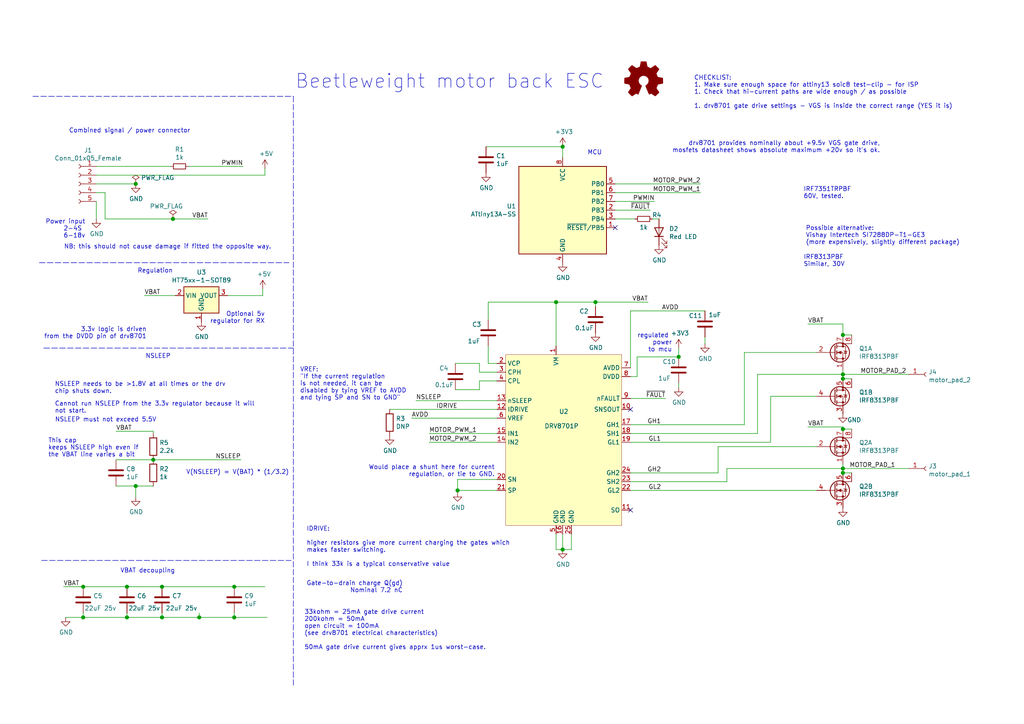
<source format=kicad_sch>
(kicad_sch (version 20201015) (generator eeschema)
  (paper "A4")
  (title_block (title "Beetle Motor Back ESC") (date "2020-12-14"))
  (lib_symbols
    (symbol "Connector:Conn_01x01_Female" (pin_names (offset 1.016) hide)
      (property "Reference" "J" (at 0 2.54 0))
      (property "Value" "Conn_01x01_Female" (at 0 -2.54 0))
      (symbol "Conn_01x01_Female_1_1"
        (arc (start 0 0.508) (end 0 -0.508) (radius (at 0 0) (length 0.508) (angles 90.1 -90.1)) (stroke (width 0.1524)))
        (polyline (pts (xy -1.27 0) (xy -0.508 0)) (stroke (width 0.1524)))
        (pin passive line (at -5.08 0 0) (length 3.81) (name "Pin_1") (number "1"))
      )
    )
    (symbol "Connector:Conn_01x05_Female" (pin_names (offset 1.016) hide)
      (property "Reference" "J" (at 0 7.62 0))
      (property "Value" "Conn_01x05_Female" (at 0 -7.62 0))
      (symbol "Conn_01x05_Female_1_1"
        (arc (start 0 -4.572) (end 0 -5.588) (radius (at 0 -5.08) (length 0.508) (angles 90.1 -90.1)) (stroke (width 0.1524)))
        (arc (start 0 -2.032) (end 0 -3.048) (radius (at 0 -2.54) (length 0.508) (angles 90.1 -90.1)) (stroke (width 0.1524)))
        (arc (start 0 0.508) (end 0 -0.508) (radius (at 0 0) (length 0.508) (angles 90.1 -90.1)) (stroke (width 0.1524)))
        (arc (start 0 3.048) (end 0 2.032) (radius (at 0 2.54) (length 0.508) (angles 90.1 -90.1)) (stroke (width 0.1524)))
        (arc (start 0 5.588) (end 0 4.572) (radius (at 0 5.08) (length 0.508) (angles 90.1 -90.1)) (stroke (width 0.1524)))
        (polyline (pts (xy -1.27 -5.08) (xy -0.508 -5.08)) (stroke (width 0.1524)))
        (polyline (pts (xy -1.27 -2.54) (xy -0.508 -2.54)) (stroke (width 0.1524)))
        (polyline (pts (xy -1.27 0) (xy -0.508 0)) (stroke (width 0.1524)))
        (polyline (pts (xy -1.27 2.54) (xy -0.508 2.54)) (stroke (width 0.1524)))
        (polyline (pts (xy -1.27 5.08) (xy -0.508 5.08)) (stroke (width 0.1524)))
        (pin passive line (at -5.08 5.08 0) (length 3.81) (name "Pin_1") (number "1"))
        (pin passive line (at -5.08 2.54 0) (length 3.81) (name "Pin_2") (number "2"))
        (pin passive line (at -5.08 0 0) (length 3.81) (name "Pin_3") (number "3"))
        (pin passive line (at -5.08 -2.54 0) (length 3.81) (name "Pin_4") (number "4"))
        (pin passive line (at -5.08 -5.08 0) (length 3.81) (name "Pin_5") (number "5"))
      )
    )
    (symbol "Device:C" (pin_numbers hide) (pin_names (offset 0.254))
      (property "Reference" "C" (at 0.635 2.54 0))
      (property "Value" "C" (at 0.635 -2.54 0))
      (symbol "C_0_1"
        (polyline (pts (xy -2.032 -0.762) (xy 2.032 -0.762)) (stroke (width 0.508)))
        (polyline (pts (xy -2.032 0.762) (xy 2.032 0.762)) (stroke (width 0.508)))
      )
      (symbol "C_1_1"
        (pin passive line (at 0 3.81 270) (length 2.794) (name "~") (number "1"))
        (pin passive line (at 0 -3.81 90) (length 2.794) (name "~") (number "2"))
      )
    )
    (symbol "Device:LED" (pin_numbers hide) (pin_names (offset 1.016) hide)
      (property "Reference" "D" (at 0 2.54 0))
      (property "Value" "LED" (at 0 -2.54 0))
      (symbol "LED_0_1"
        (polyline (pts (xy -1.27 -1.27) (xy -1.27 1.27)) (stroke (width 0.254)))
        (polyline (pts (xy -1.27 0) (xy 1.27 0)))
        (polyline (pts (xy 1.27 -1.27) (xy 1.27 1.27) (xy -1.27 0) (xy 1.27 -1.27)) (stroke (width 0.254)))
        (polyline (pts (xy -3.048 -0.762) (xy -4.572 -2.286) (xy -3.81 -2.286) (xy -4.572 -2.286) (xy -4.572 -1.524)))
        (polyline (pts (xy -1.778 -0.762) (xy -3.302 -2.286) (xy -2.54 -2.286) (xy -3.302 -2.286) (xy -3.302 -1.524)))
      )
      (symbol "LED_1_1"
        (pin passive line (at -3.81 0 0) (length 2.54) (name "K") (number "1"))
        (pin passive line (at 3.81 0 180) (length 2.54) (name "A") (number "2"))
      )
    )
    (symbol "Device:Q_Dual_NMOS_S1G1S2G2D2D2D1D1" (pin_names (offset 0) hide)
      (property "Reference" "Q" (at 5.08 1.27 0))
      (property "Value" "Q_Dual_NMOS_S1G1S2G2D2D2D1D1" (at 5.08 -1.27 0))
      (symbol "Q_Dual_NMOS_S1G1S2G2D2D2D1D1_0_1"
        (circle (center 1.651 0) (radius 2.794) (stroke (width 0.254)))
        (circle (center 2.54 -1.778) (radius 0.254) (fill (type outline)))
        (circle (center 2.54 1.778) (radius 0.254) (fill (type outline)))
        (circle (center 2.54 2.54) (radius 0.254) (fill (type outline)))
        (polyline (pts (xy 0.254 0) (xy -2.54 0)))
        (polyline (pts (xy 0.254 1.905) (xy 0.254 -1.905)) (stroke (width 0.254)))
        (polyline (pts (xy 0.762 -1.27) (xy 0.762 -2.286)) (stroke (width 0.254)))
        (polyline (pts (xy 0.762 0.508) (xy 0.762 -0.508)) (stroke (width 0.254)))
        (polyline (pts (xy 0.762 2.286) (xy 0.762 1.27)) (stroke (width 0.254)))
        (polyline (pts (xy 2.54 2.54) (xy 2.54 1.778)))
        (polyline (pts (xy 5.08 2.54) (xy 2.54 2.54)))
        (polyline (pts (xy 2.54 -2.54) (xy 2.54 0) (xy 0.762 0)))
        (polyline (pts (xy 0.762 -1.778) (xy 3.302 -1.778) (xy 3.302 1.778) (xy 0.762 1.778)))
        (polyline (pts (xy 1.016 0) (xy 2.032 0.381) (xy 2.032 -0.381) (xy 1.016 0)) (fill (type outline)))
        (polyline (pts (xy 2.794 0.508) (xy 2.921 0.381) (xy 3.683 0.381) (xy 3.81 0.254)))
        (polyline (pts (xy 3.302 0.381) (xy 2.921 -0.254) (xy 3.683 -0.254) (xy 3.302 0.381)))
      )
      (symbol "Q_Dual_NMOS_S1G1S2G2D2D2D1D1_1_1"
        (pin passive line (at 2.54 -5.08 90) (length 2.54) (name "S") (number "1"))
        (pin input line (at -5.08 0 0) (length 2.54) (name "G") (number "2"))
        (pin passive line (at 2.54 5.08 270) (length 2.54) (name "D") (number "7"))
        (pin passive line (at 5.08 5.08 270) (length 2.54) (name "D") (number "8"))
      )
      (symbol "Q_Dual_NMOS_S1G1S2G2D2D2D1D1_2_1"
        (pin passive line (at 2.54 -5.08 90) (length 2.54) (name "S") (number "3"))
        (pin input line (at -5.08 0 0) (length 2.54) (name "G") (number "4"))
        (pin passive line (at 2.54 5.08 270) (length 2.54) (name "D") (number "5"))
        (pin passive line (at 5.08 5.08 270) (length 2.54) (name "D") (number "6"))
      )
    )
    (symbol "Device:R" (pin_numbers hide) (pin_names (offset 0))
      (property "Reference" "R" (at 2.032 0 90))
      (property "Value" "R" (at 0 0 90))
      (symbol "R_0_1"
        (rectangle (start -1.016 -2.54) (end 1.016 2.54) (stroke (width 0.254)))
      )
      (symbol "R_1_1"
        (pin passive line (at 0 3.81 270) (length 1.27) (name "~") (number "1"))
        (pin passive line (at 0 -3.81 90) (length 1.27) (name "~") (number "2"))
      )
    )
    (symbol "Device:R_Small" (pin_numbers hide) (pin_names (offset 0.254) hide)
      (property "Reference" "R" (at 0.762 0.508 0))
      (property "Value" "R_Small" (at 0.762 -1.016 0))
      (symbol "R_Small_0_1"
        (rectangle (start -0.762 1.778) (end 0.762 -1.778) (stroke (width 0.2032)))
      )
      (symbol "R_Small_1_1"
        (pin passive line (at 0 2.54 270) (length 0.762) (name "~") (number "1"))
        (pin passive line (at 0 -2.54 90) (length 0.762) (name "~") (number "2"))
      )
    )
    (symbol "Graphic:Logo_Open_Hardware_Small" (pin_names (offset 1.016))
      (symbol "Logo_Open_Hardware_Small_0_1"
        (polyline (pts (xy 3.3528 -4.3434) (xy 3.302 -4.318) (xy 3.175 -4.2418) (xy 2.9972 -4.1148) (xy 2.7686 -3.9624) (xy 2.54 -3.81) (xy 2.3622 -3.7084) (xy 2.2352 -3.6068) (xy 2.1844 -3.5814) (xy 2.159 -3.6068) (xy 2.0574 -3.6576) (xy 1.905 -3.7338) (xy 1.8034 -3.7846) (xy 1.6764 -3.8354) (xy 1.6002 -3.8354) (xy 1.6002 -3.8354) (xy 1.5494 -3.7338) (xy 1.4732 -3.5306) (xy 1.3462 -3.302) (xy 1.2446 -3.0226) (xy 1.1176 -2.7178) (xy 0.9652 -2.413) (xy 0.8636 -2.1082) (xy 0.7366 -1.8288) (xy 0.6604 -1.6256) (xy 0.6096 -1.4732) (xy 0.5842 -1.397) (xy 0.5842 -1.397) (xy 0.6604 -1.3208) (xy 0.7874 -1.2446) (xy 1.0414 -1.016) (xy 1.2954 -0.6858) (xy 1.4478 -0.3302) (xy 1.524 0.0762) (xy 1.4732 0.4572) (xy 1.3208 0.8128) (xy 1.0668 1.143) (xy 0.762 1.3716) (xy 0.4064 1.524) (xy 0 1.5748) (xy -0.381 1.5494) (xy -0.7366 1.397) (xy -1.0668 1.143) (xy -1.2192 0.9906) (xy -1.397 0.6604) (xy -1.524 0.3048) (xy -1.524 0.2286) (xy -1.4986 -0.1778) (xy -1.397 -0.5334) (xy -1.1938 -0.8636) (xy -0.9144 -1.143) (xy -0.8636 -1.1684) (xy -0.7366 -1.27) (xy -0.635 -1.3462) (xy -0.5842 -1.397) (xy -1.0668 -2.5908) (xy -1.143 -2.794) (xy -1.2954 -3.1242) (xy -1.397 -3.4036) (xy -1.4986 -3.6322) (xy -1.5748 -3.7846) (xy -1.6002 -3.8354) (xy -1.6002 -3.8354) (xy -1.651 -3.8354) (xy -1.7272 -3.81) (xy -1.905 -3.7338) (xy -2.0066 -3.683) (xy -2.1336 -3.6068) (xy -2.2098 -3.5814) (xy -2.2606 -3.6068) (xy -2.3622 -3.683) (xy -2.54 -3.81) (xy -2.7686 -3.9624) (xy -2.9718 -4.0894) (xy -3.1496 -4.2164) (xy -3.302 -4.318) (xy -3.3528 -4.3434) (xy -3.3782 -4.3434) (xy -3.429 -4.318) (xy -3.5306 -4.2164) (xy -3.7084 -4.064) (xy -3.937 -3.8354) (xy -3.9624 -3.81) (xy -4.1656 -3.6068) (xy -4.318 -3.4544) (xy -4.4196 -3.3274) (xy -4.445 -3.2766) (xy -4.445 -3.2766) (xy -4.4196 -3.2258) (xy -4.318 -3.0734) (xy -4.2164 -2.8956) (xy -4.064 -2.667) (xy -3.6576 -2.0828) (xy -3.8862 -1.5494) (xy -3.937 -1.3716) (xy -4.0386 -1.1684) (xy -4.0894 -1.0414) (xy -4.1148 -0.9652) (xy -4.191 -0.9398) (xy -4.318 -0.9144) (xy -4.5466 -0.8636) (xy -4.8006 -0.8128) (xy -5.0546 -0.7874) (xy -5.2578 -0.7366) (xy -5.4356 -0.7112) (xy -5.5118 -0.6858) (xy -5.5118 -0.6858) (xy -5.5372 -0.635) (xy -5.5372 -0.5588) (xy -5.5372 -0.4318) (xy -5.5626 -0.2286) (xy -5.5626 0.0762) (xy -5.5626 0.127) (xy -5.5372 0.4064) (xy -5.5372 0.635) (xy -5.5372 0.762) (xy -5.5372 0.8382) (xy -5.5372 0.8382) (xy -5.461 0.8382) (xy -5.3086 0.889) (xy -5.08 0.9144) (xy -4.826 0.9652) (xy -4.8006 0.9906) (xy -4.5466 1.0414) (xy -4.318 1.0668) (xy -4.1656 1.1176) (xy -4.0894 1.143) (xy -4.0894 1.143) (xy -4.0386 1.2446) (xy -3.9624 1.4224) (xy -3.8608 1.6256) (xy -3.7846 1.8288) (xy -3.7084 2.0066) (xy -3.6576 2.159) (xy -3.6322 2.2098) (xy -3.6322 2.2098) (xy -3.683 2.286) (xy -3.7592 2.413) (xy -3.8862 2.5908) (xy -4.064 2.8194) (xy -4.064 2.8448) (xy -4.2164 3.0734) (xy -4.3434 3.2512) (xy -4.4196 3.3782) (xy -4.445 3.4544) (xy -4.445 3.4544) (xy -4.3942 3.5052) (xy -4.2926 3.6322) (xy -4.1148 3.81) (xy -3.937 4.0132) (xy -3.8608 4.064) (xy -3.6576 4.2926) (xy -3.5052 4.4196) (xy -3.4036 4.4958) (xy -3.3528 4.5212) (xy -3.3528 4.5212) (xy -3.302 4.4704) (xy -3.1496 4.3688) (xy -2.9718 4.2418) (xy -2.7432 4.0894) (xy -2.7178 4.0894) (xy -2.4892 3.937) (xy -2.3114 3.81) (xy -2.1844 3.7084) (xy -2.1336 3.683) (xy -2.1082 3.683) (xy -2.032 3.7084) (xy -1.8542 3.7592) (xy -1.6764 3.8354) (xy -1.4732 3.937) (xy -1.27 4.0132) (xy -1.143 4.064) (xy -1.0668 4.1148) (xy -1.0668 4.1148) (xy -1.0414 4.191) (xy -1.016 4.3434) (xy -0.9652 4.572) (xy -0.9144 4.8514) (xy -0.889 4.9022) (xy -0.8382 5.1562) (xy -0.8128 5.3848) (xy -0.7874 5.5372) (xy -0.762 5.588) (xy -0.7112 5.6134) (xy -0.5842 5.6134) (xy -0.4064 5.6134) (xy -0.1524 5.6134) (xy 0.0762 5.6134) (xy 0.3302 5.6134) (xy 0.5334 5.6134) (xy 0.6858 5.588) (xy 0.7366 5.588) (xy 0.7366 5.588) (xy 0.762 5.5118) (xy 0.8128 5.334) (xy 0.8382 5.1054) (xy 0.9144 4.826) (xy 0.9144 4.7752) (xy 0.9652 4.5212) (xy 1.016 4.2926) (xy 1.0414 4.1402) (xy 1.0668 4.0894) (xy 1.0668 4.0894) (xy 1.1938 4.0386) (xy 1.3716 3.9624) (xy 1.5748 3.8608) (xy 2.0828 3.6576) (xy 2.7178 4.0894) (xy 2.7686 4.1402) (xy 2.9972 4.2926) (xy 3.175 4.4196) (xy 3.302 4.4958) (xy 3.3782 4.5212) (xy 3.3782 4.5212) (xy 3.429 4.4704) (xy 3.556 4.3434) (xy 3.7338 4.191) (xy 3.9116 3.9878) (xy 4.064 3.8354) (xy 4.2418 3.6576) (xy 4.3434 3.556) (xy 4.4196 3.4798) (xy 4.4196 3.429) (xy 4.4196 3.4036) (xy 4.3942 3.3274) (xy 4.2926 3.2004) (xy 4.1656 2.9972) (xy 4.0132 2.794) (xy 3.8862 2.5908) (xy 3.7592 2.3876) (xy 3.6576 2.2352) (xy 3.6322 2.159) (xy 3.6322 2.1336) (xy 3.683 2.0066) (xy 3.7592 1.8288) (xy 3.8608 1.6002) (xy 4.064 1.1176) (xy 4.3942 1.0414) (xy 4.5974 1.016) (xy 4.8768 0.9652) (xy 5.1308 0.9144) (xy 5.5372 0.8382) (xy 5.5626 -0.6604) (xy 5.4864 -0.6858) (xy 5.4356 -0.6858) (xy 5.2832 -0.7366) (xy 5.0546 -0.762) (xy 4.8006 -0.8128) (xy 4.5974 -0.8636) (xy 4.3688 -0.9144) (xy 4.2164 -0.9398) (xy 4.1402 -0.9398) (xy 4.1148 -0.9652) (xy 4.064 -1.0668) (xy 3.9878 -1.2446) (xy 3.9116 -1.4478) (xy 3.81 -1.651) (xy 3.7338 -1.8542) (xy 3.683 -2.0066) (xy 3.6576 -2.0828) (xy 3.683 -2.1336) (xy 3.7846 -2.2606) (xy 3.8862 -2.4638) (xy 4.0386 -2.667) (xy 4.191 -2.8956) (xy 4.318 -3.0734) (xy 4.3942 -3.2004) (xy 4.445 -3.2766) (xy 4.4196 -3.3274) (xy 4.3434 -3.429) (xy 4.1656 -3.5814) (xy 3.937 -3.8354) (xy 3.8862 -3.8608) (xy 3.683 -4.064) (xy 3.5306 -4.2164) (xy 3.4036 -4.318) (xy 3.3528 -4.3434)) (fill (type outline)))
      )
    )
    (symbol "MCU_Microchip_ATtiny:ATtiny13A-SS"
      (property "Reference" "U" (at -12.7 13.97 0))
      (property "Value" "ATtiny13A-SS" (at 2.54 -13.97 0))
      (symbol "ATtiny13A-SS_0_1"
        (rectangle (start -12.7 -12.7) (end 12.7 12.7) (stroke (width 0.254)) (fill (type background)))
      )
      (symbol "ATtiny13A-SS_1_1"
        (pin bidirectional line (at 15.24 -5.08 180) (length 2.54) (name "~RESET~/PB5") (number "1"))
        (pin bidirectional line (at 15.24 0 180) (length 2.54) (name "PB3") (number "2"))
        (pin bidirectional line (at 15.24 -2.54 180) (length 2.54) (name "PB4") (number "3"))
        (pin power_in line (at 0 -15.24 90) (length 2.54) (name "GND") (number "4"))
        (pin bidirectional line (at 15.24 7.62 180) (length 2.54) (name "PB0") (number "5"))
        (pin bidirectional line (at 15.24 5.08 180) (length 2.54) (name "PB1") (number "6"))
        (pin bidirectional line (at 15.24 2.54 180) (length 2.54) (name "PB2") (number "7"))
        (pin power_in line (at 0 15.24 270) (length 2.54) (name "VCC") (number "8"))
      )
    )
    (symbol "Regulator_Linear:HT75xx-1-SOT89"
      (property "Reference" "U" (at -5.08 -3.81 0))
      (property "Value" "HT75xx-1-SOT89" (at 0 6.35 0))
      (symbol "HT75xx-1-SOT89_0_1"
        (rectangle (start -5.08 5.08) (end 5.08 -2.54) (stroke (width 0.254)) (fill (type background)))
      )
      (symbol "HT75xx-1-SOT89_1_1"
        (pin power_in line (at 0 -5.08 90) (length 2.54) (name "GND") (number "1"))
        (pin power_in line (at -7.62 2.54 0) (length 2.54) (name "VIN") (number "2"))
        (pin power_out line (at 7.62 2.54 180) (length 2.54) (name "VOUT") (number "3"))
      )
    )
    (symbol "beetleback:DRV8701P"
      (property "Reference" "U" (at 0 0 0))
      (property "Value" "DRV8701P" (at 3.175 9.525 0))
      (symbol "DRV8701P_0_1"
        (rectangle (start -18.415 31.75) (end 15.24 -17.78) (stroke (width 0.001)) (fill (type background)))
      )
      (symbol "DRV8701P_1_1"
        (pin power_in line (at -3.81 34.29 270) (length 2.54) (name "VM") (number "1"))
        (pin passive line (at -20.955 29.21 0) (length 2.54) (name "VCP") (number "2"))
        (pin passive line (at -20.955 26.67 0) (length 2.54) (name "CPH") (number "3"))
        (pin passive line (at -20.955 24.13 0) (length 2.54) (name "CPL") (number "4"))
        (pin power_in line (at -3.81 -20.32 90) (length 2.54) (name "GND") (number "5"))
        (pin power_in line (at -1.905 -20.32 90) (length 2.54) (name "GND") (number "16"))
        (pin power_in line (at 0.635 -20.32 90) (length 2.54) (name "GND") (number "25"))
        (pin power_out line (at 17.78 25.4 180) (length 2.54) (name "DVDD") (number "8"))
        (pin power_out line (at 17.78 27.94 180) (length 2.54) (name "AVDD") (number "7"))
        (pin input line (at -20.955 18.415 0) (length 2.54) (name "nSLEEP") (number "13"))
        (pin input line (at -20.955 15.875 0) (length 2.54) (name "IDRIVE") (number "12"))
        (pin input line (at -20.955 13.335 0) (length 2.54) (name "VREF") (number "6"))
        (pin output line (at 17.78 19.05 180) (length 2.54) (name "nFAULT") (number "9"))
        (pin open_collector line (at 17.78 15.875 180) (length 2.54) (name "SNSOUT") (number "10"))
        (pin output line (at 17.78 -13.335 180) (length 2.54) (name "SO") (number "11"))
        (pin input line (at -20.955 -4.445 0) (length 2.54) (name "SN") (number "20"))
        (pin input line (at -20.955 -7.62 0) (length 2.54) (name "SP") (number "21"))
        (pin output line (at 17.78 11.43 180) (length 2.54) (name "GH1") (number "17"))
        (pin output line (at 17.78 -2.54 180) (length 2.54) (name "GH2") (number "24"))
        (pin output line (at 17.78 6.35 180) (length 2.54) (name "GL1") (number "19"))
        (pin output line (at 17.78 -7.62 180) (length 2.54) (name "GL2") (number "22"))
        (pin input line (at 17.78 8.89 180) (length 2.54) (name "SH1") (number "18"))
        (pin input line (at 17.78 -5.08 180) (length 2.54) (name "SH2") (number "23"))
        (pin input line (at -20.955 8.89 0) (length 2.54) (name "IN1") (number "15"))
        (pin input line (at -20.955 6.35 0) (length 2.54) (name "IN2") (number "14"))
      )
    )
    (symbol "power:+3.3V" (power) (pin_names (offset 0))
      (property "Value" "+3.3V" (at 0 3.556 0))
      (symbol "+3.3V_0_1"
        (polyline (pts (xy -0.762 1.27) (xy 0 2.54)))
        (polyline (pts (xy 0 0) (xy 0 2.54)))
        (polyline (pts (xy 0 2.54) (xy 0.762 1.27)))
      )
      (symbol "+3.3V_1_1"
        (pin power_in line (at 0 0 90) (length 0) hide (name "+3V3") (number "1"))
      )
    )
    (symbol "power:+5V" (power) (pin_names (offset 0))
      (property "Value" "+5V" (at 0 3.556 0))
      (symbol "+5V_0_1"
        (polyline (pts (xy -0.762 1.27) (xy 0 2.54)))
        (polyline (pts (xy 0 0) (xy 0 2.54)))
        (polyline (pts (xy 0 2.54) (xy 0.762 1.27)))
      )
      (symbol "+5V_1_1"
        (pin power_in line (at 0 0 90) (length 0) hide (name "+5V") (number "1"))
      )
    )
    (symbol "power:GND" (power) (pin_names (offset 0))
      (property "Value" "GND" (at 0 -3.81 0))
      (symbol "GND_0_1"
        (polyline (pts (xy 0 0) (xy 0 -1.27) (xy 1.27 -1.27) (xy 0 -2.54) (xy -1.27 -1.27) (xy 0 -1.27)))
      )
      (symbol "GND_1_1"
        (pin power_in line (at 0 0 270) (length 0) hide (name "GND") (number "1"))
      )
    )
    (symbol "power:PWR_FLAG" (power) (pin_numbers hide) (pin_names (offset 0) hide)
      (property "Value" "PWR_FLAG" (at 0 3.81 0))
      (symbol "PWR_FLAG_0_0"
        (pin power_out line (at 0 0 90) (length 0) (name "pwr") (number "1"))
      )
      (symbol "PWR_FLAG_0_1"
        (polyline (pts (xy 0 0) (xy 0 1.27) (xy -1.016 1.905) (xy 0 2.54) (xy 1.016 1.905) (xy 0 1.27)))
      )
    )
  )
  (junction (at 24.13 170.18) (diameter 1.016))
  (junction (at 24.13 179.07) (diameter 1.016))
  (junction (at 36.83 170.18) (diameter 1.016))
  (junction (at 36.83 179.07) (diameter 1.016))
  (junction (at 39.37 53.34) (diameter 1.016))
  (junction (at 39.37 140.97) (diameter 1.016))
  (junction (at 44.45 133.35) (diameter 1.016))
  (junction (at 46.99 170.18) (diameter 1.016))
  (junction (at 46.99 179.07) (diameter 1.016))
  (junction (at 50.165 63.5) (diameter 1.016))
  (junction (at 57.785 179.07) (diameter 1.016))
  (junction (at 67.945 170.18) (diameter 1.016))
  (junction (at 67.945 179.07) (diameter 1.016))
  (junction (at 132.715 142.24) (diameter 1.016))
  (junction (at 161.29 87.63) (diameter 1.016))
  (junction (at 163.195 42.545) (diameter 1.016))
  (junction (at 163.195 159.385) (diameter 1.016))
  (junction (at 172.72 87.63) (diameter 1.016))
  (junction (at 196.85 103.505) (diameter 1.016))
  (junction (at 244.475 97.155) (diameter 1.016))
  (junction (at 244.475 108.585) (diameter 1.016))
  (junction (at 244.475 109.855) (diameter 1.016))
  (junction (at 244.475 124.46) (diameter 1.016))
  (junction (at 244.475 135.89) (diameter 1.016))
  (junction (at 244.475 137.16) (diameter 1.016))
  (no_connect (at 178.435 66.04))
  (no_connect (at 182.88 118.745))
  (no_connect (at 182.88 147.955))
  (wire (pts (xy 18.415 170.18) (xy 24.13 170.18)))
  (wire (pts (xy 19.05 179.07) (xy 24.13 179.07)))
  (wire (pts (xy 24.13 170.18) (xy 36.83 170.18)))
  (wire (pts (xy 24.13 177.8) (xy 24.13 179.07)))
  (wire (pts (xy 24.13 179.07) (xy 36.83 179.07)))
  (wire (pts (xy 27.94 48.26) (xy 49.53 48.26)))
  (wire (pts (xy 27.94 50.8) (xy 76.835 50.8)))
  (wire (pts (xy 27.94 53.34) (xy 39.37 53.34)))
  (wire (pts (xy 27.94 55.88) (xy 30.48 55.88)))
  (wire (pts (xy 27.94 58.42) (xy 27.94 63.5)))
  (wire (pts (xy 30.48 55.88) (xy 30.48 63.5)))
  (wire (pts (xy 30.48 63.5) (xy 50.165 63.5)))
  (wire (pts (xy 33.655 125.095) (xy 44.45 125.095)))
  (wire (pts (xy 33.655 133.35) (xy 44.45 133.35)))
  (wire (pts (xy 33.655 140.97) (xy 39.37 140.97)))
  (wire (pts (xy 36.83 170.18) (xy 46.99 170.18)))
  (wire (pts (xy 36.83 177.8) (xy 36.83 179.07)))
  (wire (pts (xy 36.83 179.07) (xy 46.99 179.07)))
  (wire (pts (xy 39.37 140.97) (xy 39.37 144.145)))
  (wire (pts (xy 39.37 140.97) (xy 44.45 140.97)))
  (wire (pts (xy 41.91 85.725) (xy 50.8 85.725)))
  (wire (pts (xy 44.45 125.095) (xy 44.45 125.73)))
  (wire (pts (xy 44.45 133.35) (xy 69.85 133.35)))
  (wire (pts (xy 46.99 170.18) (xy 67.945 170.18)))
  (wire (pts (xy 46.99 177.8) (xy 46.99 179.07)))
  (wire (pts (xy 46.99 179.07) (xy 57.785 179.07)))
  (wire (pts (xy 50.165 63.5) (xy 60.325 63.5)))
  (wire (pts (xy 54.61 48.26) (xy 70.485 48.26)))
  (wire (pts (xy 57.785 177.8) (xy 57.785 179.07)))
  (wire (pts (xy 57.785 179.07) (xy 67.945 179.07)))
  (wire (pts (xy 66.04 85.725) (xy 76.2 85.725)))
  (wire (pts (xy 67.945 170.18) (xy 76.835 170.18)))
  (wire (pts (xy 67.945 177.8) (xy 67.945 179.07)))
  (wire (pts (xy 67.945 179.07) (xy 77.47 179.07)))
  (wire (pts (xy 76.2 83.82) (xy 76.2 85.725)))
  (wire (pts (xy 76.835 50.8) (xy 76.835 48.895)))
  (wire (pts (xy 113.03 118.745) (xy 144.145 118.745)))
  (wire (pts (xy 119.38 121.285) (xy 144.145 121.285)))
  (wire (pts (xy 132.08 105.41) (xy 139.065 105.41)))
  (wire (pts (xy 132.08 113.03) (xy 139.065 113.03)))
  (wire (pts (xy 132.715 139.065) (xy 132.715 142.24)))
  (wire (pts (xy 132.715 142.24) (xy 132.715 142.875)))
  (wire (pts (xy 139.065 107.95) (xy 139.065 105.41)))
  (wire (pts (xy 139.065 110.49) (xy 144.145 110.49)))
  (wire (pts (xy 139.065 113.03) (xy 139.065 110.49)))
  (wire (pts (xy 140.97 42.545) (xy 163.195 42.545)))
  (wire (pts (xy 141.605 87.63) (xy 141.605 92.71)))
  (wire (pts (xy 141.605 87.63) (xy 161.29 87.63)))
  (wire (pts (xy 141.605 105.41) (xy 141.605 100.33)))
  (wire (pts (xy 144.145 105.41) (xy 141.605 105.41)))
  (wire (pts (xy 144.145 107.95) (xy 139.065 107.95)))
  (wire (pts (xy 144.145 116.205) (xy 120.65 116.205)))
  (wire (pts (xy 144.145 125.73) (xy 124.46 125.73)))
  (wire (pts (xy 144.145 128.27) (xy 124.46 128.27)))
  (wire (pts (xy 144.145 139.065) (xy 132.715 139.065)))
  (wire (pts (xy 144.145 142.24) (xy 132.715 142.24)))
  (wire (pts (xy 161.29 87.63) (xy 161.29 100.33)))
  (wire (pts (xy 161.29 154.94) (xy 161.29 159.385)))
  (wire (pts (xy 161.29 159.385) (xy 163.195 159.385)))
  (wire (pts (xy 163.195 42.545) (xy 163.195 45.72)))
  (wire (pts (xy 163.195 154.94) (xy 163.195 159.385)))
  (wire (pts (xy 163.195 159.385) (xy 165.735 159.385)))
  (wire (pts (xy 165.735 159.385) (xy 165.735 154.94)))
  (wire (pts (xy 172.72 87.63) (xy 161.29 87.63)))
  (wire (pts (xy 172.72 87.63) (xy 172.72 88.9)))
  (wire (pts (xy 178.435 53.34) (xy 203.2 53.34)))
  (wire (pts (xy 178.435 55.88) (xy 203.2 55.88)))
  (wire (pts (xy 178.435 58.42) (xy 189.865 58.42)))
  (wire (pts (xy 178.435 60.96) (xy 188.595 60.96)))
  (wire (pts (xy 178.435 63.5) (xy 184.15 63.5)))
  (wire (pts (xy 182.88 90.17) (xy 204.47 90.17)))
  (wire (pts (xy 182.88 106.68) (xy 182.88 90.17)))
  (wire (pts (xy 182.88 109.22) (xy 184.785 109.22)))
  (wire (pts (xy 182.88 115.57) (xy 193.04 115.57)))
  (wire (pts (xy 182.88 123.19) (xy 215.9 123.19)))
  (wire (pts (xy 182.88 125.73) (xy 219.71 125.73)))
  (wire (pts (xy 182.88 128.27) (xy 223.52 128.27)))
  (wire (pts (xy 182.88 137.16) (xy 208.28 137.16)))
  (wire (pts (xy 182.88 139.7) (xy 210.82 139.7)))
  (wire (pts (xy 182.88 142.24) (xy 236.855 142.24)))
  (wire (pts (xy 184.785 103.505) (xy 196.85 103.505)))
  (wire (pts (xy 184.785 109.22) (xy 184.785 103.505)))
  (wire (pts (xy 187.96 87.63) (xy 172.72 87.63)))
  (wire (pts (xy 189.23 63.5) (xy 191.135 63.5)))
  (wire (pts (xy 196.85 100.965) (xy 196.85 103.505)))
  (wire (pts (xy 196.85 112.395) (xy 196.85 111.125)))
  (wire (pts (xy 204.47 97.79) (xy 204.47 99.695)))
  (wire (pts (xy 208.28 129.54) (xy 236.855 129.54)))
  (wire (pts (xy 208.28 137.16) (xy 208.28 129.54)))
  (wire (pts (xy 210.82 135.89) (xy 244.475 135.89)))
  (wire (pts (xy 210.82 139.7) (xy 210.82 135.89)))
  (wire (pts (xy 215.9 102.235) (xy 236.855 102.235)))
  (wire (pts (xy 215.9 123.19) (xy 215.9 102.235)))
  (wire (pts (xy 219.71 108.585) (xy 244.475 108.585)))
  (wire (pts (xy 219.71 125.73) (xy 219.71 108.585)))
  (wire (pts (xy 223.52 114.935) (xy 236.855 114.935)))
  (wire (pts (xy 223.52 128.27) (xy 223.52 114.935)))
  (wire (pts (xy 234.315 93.98) (xy 244.475 93.98)))
  (wire (pts (xy 234.315 123.825) (xy 244.475 123.825)))
  (wire (pts (xy 244.475 93.98) (xy 244.475 97.155)))
  (wire (pts (xy 244.475 97.155) (xy 247.015 97.155)))
  (wire (pts (xy 244.475 107.315) (xy 244.475 108.585)))
  (wire (pts (xy 244.475 108.585) (xy 244.475 109.855)))
  (wire (pts (xy 244.475 108.585) (xy 263.525 108.585)))
  (wire (pts (xy 244.475 109.855) (xy 247.015 109.855)))
  (wire (pts (xy 244.475 123.825) (xy 244.475 124.46)))
  (wire (pts (xy 244.475 124.46) (xy 247.015 124.46)))
  (wire (pts (xy 244.475 134.62) (xy 244.475 135.89)))
  (wire (pts (xy 244.475 135.89) (xy 244.475 137.16)))
  (wire (pts (xy 244.475 135.89) (xy 263.525 135.89)))
  (wire (pts (xy 244.475 137.16) (xy 247.015 137.16)))
  (polyline (pts (xy 9.525 27.94) (xy 85.09 27.94)) (stroke (width 0) (type dash)))
  (polyline (pts (xy 11.43 76.2) (xy 83.82 76.2)) (stroke (width 0) (type dash)))
  (polyline (pts (xy 12.065 162.56) (xy 84.455 162.56)) (stroke (width 0) (type dash)))
  (polyline (pts (xy 12.7 100.965) (xy 85.09 100.965)) (stroke (width 0) (type dash)))
  (polyline (pts (xy 85.09 27.94) (xy 85.09 198.755)) (stroke (width 0) (type dash)))
  (text "This cap\nkeeps NSLEEP high even if\nthe VBAT line varies a bit" (at 13.97 132.715 0) (effects (font (size 1.27 1.27)) (justify left bottom)))
  (text "NSLEEP needs to be >1.8V at all times or the drv \nchip shuts down." (at 15.875 114.3 0) (effects (font (size 1.27 1.27)) (justify left bottom)))
  (text "Cannot run NSLEEP from the 3.3v regulator because it will\nnot start." (at 15.875 120.015 0) (effects (font (size 1.27 1.27)) (justify left bottom)))
  (text "Power input\n2-4S \n6-18v" (at 24.765 69.215 180) (effects (font (size 1.27 1.27)) (justify right bottom)))
  (text "3.3v logic is driven\nfrom the DVDD pin of drv8701" (at 42.545 98.425 180) (effects (font (size 1.27 1.27)) (justify right bottom)))
  (text "NSLEEP must not exceed 5.5V " (at 46.355 122.555 180) (effects (font (size 1.27 1.27)) (justify right bottom)))
  (text "NSLEEP" (at 49.53 104.14 180) (effects (font (size 1.27 1.27)) (justify right bottom)))
  (text "Regulation" (at 50.165 79.375 180) (effects (font (size 1.27 1.27)) (justify right bottom)))
  (text "VBAT decoupling\n" (at 50.8 166.37 180) (effects (font (size 1.27 1.27)) (justify right bottom)))
  (text "V(NSLEEP) = V(BAT) * (1/3.2)" (at 53.975 137.795 0) (effects (font (size 1.27 1.27)) (justify left bottom)))
  (text "Combined signal / power connector" (at 55.245 38.735 180) (effects (font (size 1.27 1.27)) (justify right bottom)))
  (text "Optional 5v\nregulator for RX" (at 76.835 93.98 180) (effects (font (size 1.27 1.27)) (justify right bottom)))
  (text "NB: this should not cause damage if fitted the opposite way." (at 78.74 72.39 0) (effects (font (size 1.27 1.27)) (justify right bottom)))
  (text "VREF: \n\"If the current regulation\nis not needed, it can be\ndisabled by tying VREF to AVDD\nand tying SP and SN to GND\"" (at 86.995 116.205 0) (effects (font (size 1.27 1.27)) (justify left bottom)))
  (text "33kohm = 25mA gate drive current\n200kohm = 50mA\nopen circuit = 100mA\n(see drv8701 electrical characteristics)\n\n50mA gate drive current gives apprx 1us worst-case." (at 88.265 188.595 0) (effects (font (size 1.27 1.27)) (justify left bottom)))
  (text "IDRIVE:\n\nhigher resistors give more current charging the gates which\nmakes faster switching.\n\nI think 33k is a typical conservative value" (at 88.9 164.465 0) (effects (font (size 1.27 1.27)) (justify left bottom)))
  (text "Gate-to-drain charge Q(gd)\nNominal 7.2 nC\n" (at 116.84 172.085 180) (effects (font (size 1.27 1.27)) (justify right bottom)))
  (text "Would place a shunt here for current\nregulation, or tie to GND." (at 143.51 138.43 0) (effects (font (size 1.27 1.27)) (justify right bottom)))
  (text "MCU" (at 174.625 45.085 180) (effects (font (size 1.27 1.27)) (justify right bottom)))
  (text "Beetleweight motor back ESC" (at 175.26 26.035 180) (effects (font (size 4 4)) (justify right bottom)))
  (text "regulated \npower\nto mcu" (at 194.945 102.235 180) (effects (font (size 1.27 1.27)) (justify right bottom)))
  (text "CHECKLIST:\n1. Make sure enough space for attiny13 soic8 test-clip - for ISP\n1. Check that hi-current paths are wide enough / as possible\n\n1. drv8701 gate drive settings - VGS is inside the correct range (YES it is)\n\n" (at 201.295 33.655 0) (effects (font (size 1.27 1.27)) (justify left bottom)))
  (text "IRF7351TRPBF\n60V, tested. " (at 233.045 57.785 0) (effects (font (size 1.27 1.27)) (justify left bottom)))
  (text "IRF8313PBF\nSimilar, 30V " (at 233.045 77.47 0) (effects (font (size 1.27 1.27)) (justify left bottom)))
  (text "Possible alternative:\nVishay Intertech SI7288DP-T1-GE3 \n(more expensively, slightly different package)" (at 233.68 71.12 0) (effects (font (size 1.27 1.27)) (justify left bottom)))
  (text "drv8701 provides nominally about +9.5v VGS gate drive,\nmosfets datasheet shows absolute maximum +20v so it's ok." (at 255.27 44.45 0) (effects (font (size 1.27 1.27)) (justify right bottom)))
  (label "VBAT" (at 18.415 170.18 0))
  (label "VBAT" (at 33.655 125.095 0))
  (label "VBAT" (at 41.91 85.725 0))
  (label "VBAT" (at 60.325 63.5 180))
  (label "NSLEEP" (at 69.85 133.35 180))
  (label "PWMIN" (at 70.485 48.26 180))
  (label "AVDD" (at 119.38 121.285 0))
  (label "NSLEEP" (at 120.65 116.205 0))
  (label "MOTOR_PWM_1" (at 124.46 125.73 0))
  (label "MOTOR_PWM_2" (at 124.46 128.27 0))
  (label "IDRIVE" (at 132.715 118.745 180))
  (label "VBAT" (at 187.96 87.63 180))
  (label "~FAULT" (at 188.595 60.96 180))
  (label "PWMIN" (at 189.865 58.42 180))
  (label "GH1" (at 191.77 123.19 180))
  (label "GL1" (at 191.77 128.27 180))
  (label "GH2" (at 191.77 137.16 180))
  (label "GL2" (at 191.77 142.24 180))
  (label "~FAULT" (at 193.04 115.57 180))
  (label "AVDD" (at 196.85 90.17 180))
  (label "MOTOR_PWM_2" (at 203.2 53.34 180))
  (label "MOTOR_PWM_1" (at 203.2 55.88 180))
  (label "VBAT" (at 234.315 93.98 0))
  (label "VBAT" (at 234.315 123.825 0))
  (label "MOTOR_PAD_1" (at 259.715 135.89 180))
  (label "MOTOR_PAD_2" (at 262.89 108.585 180))
  (symbol (lib_id "power:PWR_FLAG") (at 39.37 53.34 0) (unit 1)
    (property "Reference" "#FLG01" (effects hide))
    (property "Value" "PWR_FLAG" (at 45.72 51.5556 0))
  )
  (symbol (lib_id "power:PWR_FLAG") (at 50.165 63.5 0) (unit 1)
    (property "Reference" "#FLG0101" (effects hide))
    (property "Value" "PWR_FLAG" (at 48.26 59.8106 0))
  )
  (symbol (lib_id "power:+5V") (at 76.2 83.82 0) (unit 1)
    (property "Reference" "#PWR017" (effects hide))
    (property "Value" "+5V" (at 76.5683 79.4956 0))
  )
  (symbol (lib_id "power:+5V") (at 76.835 48.895 0) (unit 1)
    (property "Reference" "#PWR016" (effects hide))
    (property "Value" "+5V" (at 77.2033 44.5706 0))
  )
  (symbol (lib_id "power:+3.3V") (at 163.195 42.545 0) (unit 1)
    (property "Reference" "#PWR01" (effects hide))
    (property "Value" "+3.3V" (at 163.5633 38.2206 0))
  )
  (symbol (lib_id "power:+3.3V") (at 196.85 100.965 0) (unit 1)
    (property "Reference" "#PWR013" (effects hide))
    (property "Value" "+3.3V" (at 197.2183 96.6406 0))
  )
  (symbol (lib_id "power:GND") (at 19.05 179.07 0) (unit 1)
    (property "Reference" "#PWR011" (effects hide))
    (property "Value" "GND" (at 19.1643 183.3944 0))
  )
  (symbol (lib_id "power:GND") (at 27.94 63.5 0) (unit 1)
    (property "Reference" "#PWR04" (effects hide))
    (property "Value" "GND" (at 28.0543 67.8244 0))
  )
  (symbol (lib_id "power:GND") (at 39.37 53.34 0) (unit 1)
    (property "Reference" "#PWR03" (effects hide))
    (property "Value" "GND" (at 39.4843 57.6644 0))
  )
  (symbol (lib_id "power:GND") (at 39.37 144.145 0) (unit 1)
    (property "Reference" "#PWR015" (effects hide))
    (property "Value" "GND" (at 39.4843 148.4694 0))
  )
  (symbol (lib_id "power:GND") (at 58.42 93.345 0) (unit 1)
    (property "Reference" "#PWR018" (effects hide))
    (property "Value" "GND" (at 58.5343 97.6694 0))
  )
  (symbol (lib_id "power:GND") (at 113.03 126.365 0) (unit 1)
    (property "Reference" "#PWR0103" (effects hide))
    (property "Value" "GND" (at 113.1443 130.6894 0))
  )
  (symbol (lib_id "power:GND") (at 132.715 142.875 0) (unit 1)
    (property "Reference" "#PWR0102" (effects hide))
    (property "Value" "GND" (at 132.8293 147.1994 0))
  )
  (symbol (lib_id "power:GND") (at 140.97 50.165 0) (unit 1)
    (property "Reference" "#PWR02" (effects hide))
    (property "Value" "GND" (at 141.0843 54.4894 0))
  )
  (symbol (lib_id "power:GND") (at 163.195 76.2 0) (unit 1)
    (property "Reference" "#PWR05" (effects hide))
    (property "Value" "GND" (at 163.3093 80.5244 0))
  )
  (symbol (lib_id "power:GND") (at 163.195 159.385 0) (unit 1)
    (property "Reference" "#PWR09" (effects hide))
    (property "Value" "GND" (at 163.3093 163.7094 0))
  )
  (symbol (lib_id "power:GND") (at 172.72 96.52 0) (unit 1)
    (property "Reference" "#PWR010" (effects hide))
    (property "Value" "GND" (at 172.8343 100.8444 0))
  )
  (symbol (lib_id "power:GND") (at 191.135 71.12 0) (unit 1)
    (property "Reference" "#PWR08" (effects hide))
    (property "Value" "GND" (at 191.2493 75.4444 0))
  )
  (symbol (lib_id "power:GND") (at 196.85 112.395 0) (unit 1)
    (property "Reference" "#PWR014" (effects hide))
    (property "Value" "GND" (at 196.9643 116.7194 0))
  )
  (symbol (lib_id "power:GND") (at 204.47 99.695 0) (unit 1)
    (property "Reference" "#PWR012" (effects hide))
    (property "Value" "GND" (at 204.5843 104.0194 0))
  )
  (symbol (lib_id "power:GND") (at 244.475 120.015 0) (unit 1)
    (property "Reference" "#PWR06" (effects hide))
    (property "Value" "GND" (at 247.7643 121.7994 0))
  )
  (symbol (lib_id "power:GND") (at 244.475 147.32 0) (unit 1)
    (property "Reference" "#PWR07" (effects hide))
    (property "Value" "GND" (at 244.5893 151.6444 0))
  )
  (symbol (lib_id "Device:R_Small") (at 52.07 48.26 90) (unit 1)
    (property "Reference" "R1" (at 52.07 43.3132 90))
    (property "Value" "1k" (at 52.07 45.6119 90))
    (property "Footprint" "Resistor_SMD:R_0402_1005Metric" (effects hide))
    (property "LCSC" "C11702" (effects hide))
  )
  (symbol (lib_id "Device:R_Small") (at 186.69 63.5 90) (unit 1)
    (property "Reference" "R4" (at 190.5 62.3632 90))
    (property "Value" "1k" (at 186.69 65.9319 90))
    (property "Footprint" "Resistor_SMD:R_0402_1005Metric" (effects hide))
    (property "LCSC" "C11702" (effects hide))
  )
  (symbol (lib_id "Connector:Conn_01x01_Female") (at 268.605 108.585 0) (unit 1)
    (property "Reference" "J4" (at 269.3163 107.8928 0) (effects (justify left)))
    (property "Value" "motor_pad_2" (at 269.316 110.191 0) (effects (justify left)))
    (property "Footprint" "beetleback:bbb_motorpin" (effects hide))
  )
  (symbol (lib_id "Connector:Conn_01x01_Female") (at 268.605 135.89 0) (unit 1)
    (property "Reference" "J3" (at 269.3163 135.1978 0) (effects (justify left)))
    (property "Value" "motor_pad_1" (at 269.316 137.496 0) (effects (justify left)))
    (property "Footprint" "beetleback:bbb_motorpin" (effects hide))
  )
  (symbol (lib_id "Device:R") (at 44.45 129.54 0) (unit 1)
    (property "Reference" "R5" (at 46.2281 128.3906 0) (effects (justify left)))
    (property "Value" "2.2k" (at 46.228 130.689 0) (effects (justify left)))
    (property "Footprint" "Resistor_SMD:R_0402_1005Metric" (effects hide))
    (property "LCSC" "C25879" (effects hide))
  )
  (symbol (lib_id "Device:R") (at 44.45 137.16 0) (unit 1)
    (property "Reference" "R2" (at 46.2281 136.0106 0) (effects (justify left)))
    (property "Value" "1k" (at 46.2281 138.3093 0) (effects (justify left)))
    (property "Footprint" "Resistor_SMD:R_0402_1005Metric" (effects hide))
    (property "LCSC" "C11702" (effects hide))
  )
  (symbol (lib_id "Device:R") (at 113.03 122.555 0) (unit 1)
    (property "Reference" "R3" (at 114.8081 121.4056 0) (effects (justify left)))
    (property "Value" "DNP" (at 114.808 123.704 0) (effects (justify left)))
    (property "Footprint" "Resistor_SMD:R_0603_1608Metric" (effects hide))
  )
  (symbol (lib_id "Device:LED") (at 191.135 67.31 90) (unit 1)
    (property "Reference" "D2" (at 194.0561 66.3511 90) (effects (justify right)))
    (property "Value" "Red LED" (at 194.056 68.65 90) (effects (justify right)))
    (property "Footprint" "LED_SMD:LED_0603_1608Metric" (effects hide))
    (property "LCSC" "C2286" (effects hide))
  )
  (symbol (lib_id "Device:C") (at 24.13 173.99 0) (unit 1)
    (property "Reference" "C5" (at 27.0511 172.8406 0) (effects (justify left)))
    (property "Value" "22uF 25v" (at 24.511 176.409 0) (effects (justify left)))
    (property "Footprint" "Capacitor_SMD:C_1206_3216Metric" (effects hide))
    (property "LCSC" "C12891" (effects hide))
  )
  (symbol (lib_id "Device:C") (at 33.655 137.16 0) (unit 1)
    (property "Reference" "C8" (at 36.5761 136.0106 0) (effects (justify left)))
    (property "Value" "1uF" (at 36.5761 138.3093 0) (effects (justify left)))
    (property "Footprint" "Capacitor_SMD:C_0402_1005Metric" (effects hide))
    (property "LCSC" "C52923" (effects hide))
  )
  (symbol (lib_id "Device:C") (at 36.83 173.99 0) (unit 1)
    (property "Reference" "C6" (at 39.7511 172.8406 0) (effects (justify left)))
    (property "Value" "22uF 25v" (at 37.211 176.409 0) (effects (justify left)))
    (property "Footprint" "Capacitor_SMD:C_1206_3216Metric" (effects hide))
    (property "LCSC" "C12891" (effects hide))
  )
  (symbol (lib_id "Device:C") (at 46.99 173.99 0) (unit 1)
    (property "Reference" "C7" (at 49.9111 172.8406 0) (effects (justify left)))
    (property "Value" "22uF 25v" (at 48.006 176.409 0) (effects (justify left)))
    (property "Footprint" "Capacitor_SMD:C_1206_3216Metric" (effects hide))
    (property "LCSC" "C12891" (effects hide))
  )
  (symbol (lib_id "Device:C") (at 67.945 173.99 0) (unit 1)
    (property "Reference" "C9" (at 70.8661 172.8406 0) (effects (justify left)))
    (property "Value" "1uF" (at 70.8661 175.1393 0) (effects (justify left)))
    (property "Footprint" "Capacitor_SMD:C_0402_1005Metric" (effects hide))
    (property "LCSC" "C52923" (effects hide))
  )
  (symbol (lib_id "Device:C") (at 132.08 109.22 0) (unit 1)
    (property "Reference" "C4" (at 127.3811 106.8006 0) (effects (justify left)))
    (property "Value" "0.1uF" (at 126.1111 111.6393 0) (effects (justify left)))
    (property "Footprint" "Capacitor_SMD:C_0402_1005Metric" (effects hide))
    (property "LCSC" "C155422" (effects hide))
  )
  (symbol (lib_id "Device:C") (at 140.97 46.355 0) (unit 1)
    (property "Reference" "C1" (at 143.8911 45.2056 0) (effects (justify left)))
    (property "Value" "1uF" (at 143.8911 47.5043 0) (effects (justify left)))
    (property "Footprint" "Capacitor_SMD:C_0402_1005Metric" (effects hide))
    (property "LCSC" "C52923" (effects hide))
  )
  (symbol (lib_id "Device:C") (at 141.605 96.52 0) (unit 1)
    (property "Reference" "C3" (at 136.9061 94.1006 0) (effects (justify left)))
    (property "Value" "1uF" (at 135.6361 98.9393 0) (effects (justify left)))
    (property "Footprint" "Capacitor_SMD:C_0402_1005Metric" (effects hide))
    (property "LCSC" "C52923" (effects hide))
  )
  (symbol (lib_id "Device:C") (at 172.72 92.71 0) (unit 1)
    (property "Reference" "C2" (at 168.0211 90.2906 0) (effects (justify left)))
    (property "Value" "0.1uF" (at 166.7511 95.1293 0) (effects (justify left)))
    (property "Footprint" "Capacitor_SMD:C_0402_1005Metric" (effects hide))
    (property "LCSC" "C155422" (effects hide))
  )
  (symbol (lib_id "Device:C") (at 196.85 107.315 0) (unit 1)
    (property "Reference" "C10" (at 192.1511 104.8956 0) (effects (justify left)))
    (property "Value" "1uF" (at 190.8811 109.7343 0) (effects (justify left)))
    (property "Footprint" "Capacitor_SMD:C_0402_1005Metric" (effects hide))
    (property "LCSC" "C52923" (effects hide))
  )
  (symbol (lib_id "Device:C") (at 204.47 93.98 0) (unit 1)
    (property "Reference" "C11" (at 199.771 91.561 0) (effects (justify left)))
    (property "Value" "1uF" (at 205.4861 91.3193 0) (effects (justify left)))
    (property "Footprint" "Capacitor_SMD:C_0402_1005Metric" (effects hide))
    (property "LCSC" "C52923" (effects hide))
  )
  (symbol (lib_id "Connector:Conn_01x05_Female") (at 22.86 53.34 0) (mirror y) (unit 1)
    (property "Reference" "J1" (at 25.5524 43.5926 0))
    (property "Value" "Conn_01x05_Female" (at 25.5524 45.8913 0))
    (property "Footprint" "beetleback:JST_XH_B5B-XH-AM_doubleside" (effects hide))
    (property "LCSC" "C161872" (effects hide))
  )
  (symbol (lib_id "Graphic:Logo_Open_Hardware_Small") (at 186.69 23.495 0) (unit 1)
    (property "Reference" "#LOGO1" (effects hide))
    (property "Value" "Logo_Open_Hardware_Small" (effects hide))
    (property "Footprint" "beetleback:bbb_logo" (effects hide))
  )
  (symbol (lib_id "Device:Q_Dual_NMOS_S1G1S2G2D2D2D1D1") (at 241.935 102.235 0) (unit 1)
    (property "Reference" "Q1" (at 249.1487 101.0856 0) (effects (justify left)))
    (property "Value" "IRF8313PBF" (at 249.149 103.384 0) (effects (justify left)))
    (property "Footprint" "Package_SO:SOIC-8_3.9x4.9mm_P1.27mm" (effects hide))
    (property "LCSC" "C57696" (effects hide))
  )
  (symbol (lib_id "Device:Q_Dual_NMOS_S1G1S2G2D2D2D1D1") (at 241.935 114.935 0) (unit 2)
    (property "Reference" "Q1" (at 249.1487 113.7856 0) (effects (justify left)))
    (property "Value" "IRF8313PBF" (at 249.149 116.084 0) (effects (justify left)))
    (property "Footprint" "Package_SO:SOIC-8_3.9x4.9mm_P1.27mm" (effects hide))
    (property "LCSC" "C57696" (effects hide))
  )
  (symbol (lib_id "Device:Q_Dual_NMOS_S1G1S2G2D2D2D1D1") (at 241.935 129.54 0) (unit 1)
    (property "Reference" "Q2" (at 249.1487 128.3906 0) (effects (justify left)))
    (property "Value" "IRF8313PBF" (at 249.149 130.689 0) (effects (justify left)))
    (property "Footprint" "Package_SO:SOIC-8_3.9x4.9mm_P1.27mm" (effects hide))
    (property "LCSC" "C57696" (effects hide))
  )
  (symbol (lib_id "Device:Q_Dual_NMOS_S1G1S2G2D2D2D1D1") (at 241.935 142.24 0) (unit 2)
    (property "Reference" "Q2" (at 249.1487 141.0906 0) (effects (justify left)))
    (property "Value" "IRF8313PBF" (at 249.149 143.389 0) (effects (justify left)))
    (property "Footprint" "Package_SO:SOIC-8_3.9x4.9mm_P1.27mm" (effects hide))
    (property "LCSC" "C57696" (effects hide))
  )
  (symbol (lib_id "Regulator_Linear:HT75xx-1-SOT89") (at 58.42 88.265 0) (unit 1)
    (property "Reference" "U3" (at 58.42 78.9748 0))
    (property "Value" "HT75xx-1-SOT89" (at 58.42 81.2735 0))
    (property "Footprint" "Package_TO_SOT_SMD:SOT-89-3" (effects hide))
    (property "Datasheet" "https://www.holtek.com/documents/10179/116711/HT75xx-1v250.pdf" (effects hide))
  )
  (symbol (lib_id "MCU_Microchip_ATtiny:ATtiny13A-SS") (at 163.195 60.96 0) (unit 1)
    (property "Reference" "U1" (at 149.7329 59.8106 0) (effects (justify right)))
    (property "Value" "ATtiny13A-SS" (at 149.7329 62.1093 0) (effects (justify right)))
    (property "Footprint" "Package_SO:SOIC-8_3.9x4.9mm_P1.27mm" (effects hide))
    (property "Datasheet" "http://ww1.microchip.com/downloads/en/DeviceDoc/doc8126.pdf" (effects hide))
    (property "LCSC" "C40382" (effects hide))
  )
  (symbol (lib_id "beetleback:DRV8701P") (at 165.1 134.62 0) (unit 1)
    (property "Reference" "U2" (at 163.5125 119.3608 0))
    (property "Value" "DRV8701P" (at 162.8775 123.5645 0))
    (property "Footprint" "Package_DFN_QFN:VQFN-24-1EP_4x4mm_P0.5mm_EP2.45x2.45mm" (effects hide))
    (property "Datasheet" "https://www.ti.com/lit/ds/symlink/drv8701.pdf" (effects hide))
    (property "LCSC" "C114178" (effects hide))
  )
)
</source>
